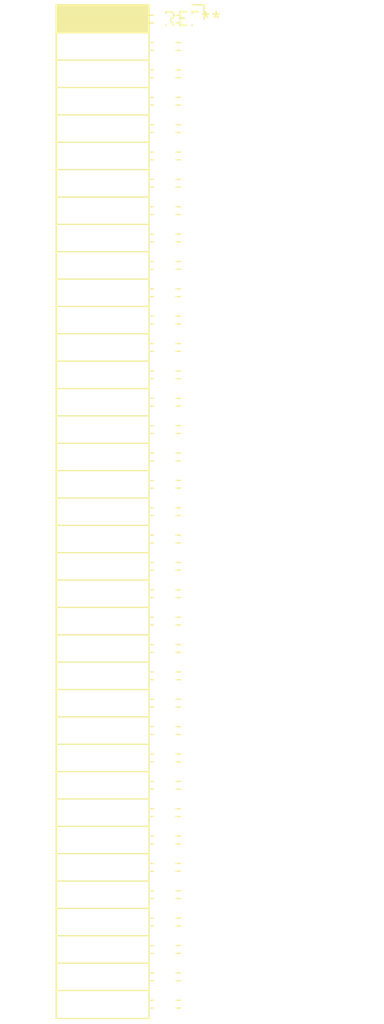
<source format=kicad_pcb>
(kicad_pcb (version 20240108) (generator pcbnew)
  (layers (0 "F.Cu" signal) (31 "B.Cu" signal) (34 "B.Paste" user) (35 "F.Paste" user) (36 "B.SilkS" user "B.Silkscreen") (37 "F.SilkS" user "F.Silkscreen") (38 "B.Mask" user) (39 "F.Mask" user) (44 "Edge.Cuts" user))
  (net 0 "")
  (footprint "PinSocket_2x37_P2.54mm_Horizontal" (layer "F.Cu") (at 0 0)
    (property "Reference" "REF**")
    (property "Value" "PinSocket_2x37_P2.54mm_Horizontal")
    (fp_line (start -12.63 -1.33) (end -12.63 92.77) (layer "F.SilkS") (stroke (width 0.12)))
    (fp_line (start -12.63 -1.33) (end -4 -1.33) (layer "F.SilkS") (stroke (width 0.12)))
    (fp_line (start -12.63 -1.21) (end -4 -1.21) (layer "F.SilkS") (stroke (width 0.12)))
    (fp_line (start -12.63 -1.091905) (end -4 -1.091905) (layer "F.SilkS") (stroke (width 0.12)))
    (fp_line (start -12.63 -0.97381) (end -4 -0.97381) (layer "F.SilkS") (stroke (width 0.12)))
    (fp_line (start -12.63 -0.855715) (end -4 -0.855715) (layer "F.SilkS") (stroke (width 0.12)))
    (fp_line (start -12.63 -0.73762) (end -4 -0.73762) (layer "F.SilkS") (stroke (width 0.12)))
    (fp_line (start -12.63 -0.619525) (end -4 -0.619525) (layer "F.SilkS") (stroke (width 0.12)))
    (fp_line (start -12.63 -0.50143) (end -4 -0.50143) (layer "F.SilkS") (stroke (width 0.12)))
    (fp_line (start -12.63 -0.383335) (end -4 -0.383335) (layer "F.SilkS") (stroke (width 0.12)))
    (fp_line (start -12.63 -0.26524) (end -4 -0.26524) (layer "F.SilkS") (stroke (width 0.12)))
    (fp_line (start -12.63 -0.147145) (end -4 -0.147145) (layer "F.SilkS") (stroke (width 0.12)))
    (fp_line (start -12.63 -0.02905) (end -4 -0.02905) (layer "F.SilkS") (stroke (width 0.12)))
    (fp_line (start -12.63 0.089045) (end -4 0.089045) (layer "F.SilkS") (stroke (width 0.12)))
    (fp_line (start -12.63 0.20714) (end -4 0.20714) (layer "F.SilkS") (stroke (width 0.12)))
    (fp_line (start -12.63 0.325235) (end -4 0.325235) (layer "F.SilkS") (stroke (width 0.12)))
    (fp_line (start -12.63 0.44333) (end -4 0.44333) (layer "F.SilkS") (stroke (width 0.12)))
    (fp_line (start -12.63 0.561425) (end -4 0.561425) (layer "F.SilkS") (stroke (width 0.12)))
    (fp_line (start -12.63 0.67952) (end -4 0.67952) (layer "F.SilkS") (stroke (width 0.12)))
    (fp_line (start -12.63 0.797615) (end -4 0.797615) (layer "F.SilkS") (stroke (width 0.12)))
    (fp_line (start -12.63 0.91571) (end -4 0.91571) (layer "F.SilkS") (stroke (width 0.12)))
    (fp_line (start -12.63 1.033805) (end -4 1.033805) (layer "F.SilkS") (stroke (width 0.12)))
    (fp_line (start -12.63 1.1519) (end -4 1.1519) (layer "F.SilkS") (stroke (width 0.12)))
    (fp_line (start -12.63 1.27) (end -4 1.27) (layer "F.SilkS") (stroke (width 0.12)))
    (fp_line (start -12.63 3.81) (end -4 3.81) (layer "F.SilkS") (stroke (width 0.12)))
    (fp_line (start -12.63 6.35) (end -4 6.35) (layer "F.SilkS") (stroke (width 0.12)))
    (fp_line (start -12.63 8.89) (end -4 8.89) (layer "F.SilkS") (stroke (width 0.12)))
    (fp_line (start -12.63 11.43) (end -4 11.43) (layer "F.SilkS") (stroke (width 0.12)))
    (fp_line (start -12.63 13.97) (end -4 13.97) (layer "F.SilkS") (stroke (width 0.12)))
    (fp_line (start -12.63 16.51) (end -4 16.51) (layer "F.SilkS") (stroke (width 0.12)))
    (fp_line (start -12.63 19.05) (end -4 19.05) (layer "F.SilkS") (stroke (width 0.12)))
    (fp_line (start -12.63 21.59) (end -4 21.59) (layer "F.SilkS") (stroke (width 0.12)))
    (fp_line (start -12.63 24.13) (end -4 24.13) (layer "F.SilkS") (stroke (width 0.12)))
    (fp_line (start -12.63 26.67) (end -4 26.67) (layer "F.SilkS") (stroke (width 0.12)))
    (fp_line (start -12.63 29.21) (end -4 29.21) (layer "F.SilkS") (stroke (width 0.12)))
    (fp_line (start -12.63 31.75) (end -4 31.75) (layer "F.SilkS") (stroke (width 0.12)))
    (fp_line (start -12.63 34.29) (end -4 34.29) (layer "F.SilkS") (stroke (width 0.12)))
    (fp_line (start -12.63 36.83) (end -4 36.83) (layer "F.SilkS") (stroke (width 0.12)))
    (fp_line (start -12.63 39.37) (end -4 39.37) (layer "F.SilkS") (stroke (width 0.12)))
    (fp_line (start -12.63 41.91) (end -4 41.91) (layer "F.SilkS") (stroke (width 0.12)))
    (fp_line (start -12.63 44.45) (end -4 44.45) (layer "F.SilkS") (stroke (width 0.12)))
    (fp_line (start -12.63 46.99) (end -4 46.99) (layer "F.SilkS") (stroke (width 0.12)))
    (fp_line (start -12.63 49.53) (end -4 49.53) (layer "F.SilkS") (stroke (width 0.12)))
    (fp_line (start -12.63 52.07) (end -4 52.07) (layer "F.SilkS") (stroke (width 0.12)))
    (fp_line (start -12.63 54.61) (end -4 54.61) (layer "F.SilkS") (stroke (width 0.12)))
    (fp_line (start -12.63 57.15) (end -4 57.15) (layer "F.SilkS") (stroke (width 0.12)))
    (fp_line (start -12.63 59.69) (end -4 59.69) (layer "F.SilkS") (stroke (width 0.12)))
    (fp_line (start -12.63 62.23) (end -4 62.23) (layer "F.SilkS") (stroke (width 0.12)))
    (fp_line (start -12.63 64.77) (end -4 64.77) (layer "F.SilkS") (stroke (width 0.12)))
    (fp_line (start -12.63 67.31) (end -4 67.31) (layer "F.SilkS") (stroke (width 0.12)))
    (fp_line (start -12.63 69.85) (end -4 69.85) (layer "F.SilkS") (stroke (width 0.12)))
    (fp_line (start -12.63 72.39) (end -4 72.39) (layer "F.SilkS") (stroke (width 0.12)))
    (fp_line (start -12.63 74.93) (end -4 74.93) (layer "F.SilkS") (stroke (width 0.12)))
    (fp_line (start -12.63 77.47) (end -4 77.47) (layer "F.SilkS") (stroke (width 0.12)))
    (fp_line (start -12.63 80.01) (end -4 80.01) (layer "F.SilkS") (stroke (width 0.12)))
    (fp_line (start -12.63 82.55) (end -4 82.55) (layer "F.SilkS") (stroke (width 0.12)))
    (fp_line (start -12.63 85.09) (end -4 85.09) (layer "F.SilkS") (stroke (width 0.12)))
    (fp_line (start -12.63 87.63) (end -4 87.63) (layer "F.SilkS") (stroke (width 0.12)))
    (fp_line (start -12.63 90.17) (end -4 90.17) (layer "F.SilkS") (stroke (width 0.12)))
    (fp_line (start -12.63 92.77) (end -4 92.77) (layer "F.SilkS") (stroke (width 0.12)))
    (fp_line (start -4 -1.33) (end -4 92.77) (layer "F.SilkS") (stroke (width 0.12)))
    (fp_line (start -4 -0.36) (end -3.59 -0.36) (layer "F.SilkS") (stroke (width 0.12)))
    (fp_line (start -4 0.36) (end -3.59 0.36) (layer "F.SilkS") (stroke (width 0.12)))
    (fp_line (start -4 2.18) (end -3.59 2.18) (layer "F.SilkS") (stroke (width 0.12)))
    (fp_line (start -4 2.9) (end -3.59 2.9) (layer "F.SilkS") (stroke (width 0.12)))
    (fp_line (start -4 4.72) (end -3.59 4.72) (layer "F.SilkS") (stroke (width 0.12)))
    (fp_line (start -4 5.44) (end -3.59 5.44) (layer "F.SilkS") (stroke (width 0.12)))
    (fp_line (start -4 7.26) (end -3.59 7.26) (layer "F.SilkS") (stroke (width 0.12)))
    (fp_line (start -4 7.98) (end -3.59 7.98) (layer "F.SilkS") (stroke (width 0.12)))
    (fp_line (start -4 9.8) (end -3.59 9.8) (layer "F.SilkS") (stroke (width 0.12)))
    (fp_line (start -4 10.52) (end -3.59 10.52) (layer "F.SilkS") (stroke (width 0.12)))
    (fp_line (start -4 12.34) (end -3.59 12.34) (layer "F.SilkS") (stroke (width 0.12)))
    (fp_line (start -4 13.06) (end -3.59 13.06) (layer "F.SilkS") (stroke (width 0.12)))
    (fp_line (start -4 14.88) (end -3.59 14.88) (layer "F.SilkS") (stroke (width 0.12)))
    (fp_line (start -4 15.6) (end -3.59 15.6) (layer "F.SilkS") (stroke (width 0.12)))
    (fp_line (start -4 17.42) (end -3.59 17.42) (layer "F.SilkS") (stroke (width 0.12)))
    (fp_line (start -4 18.14) (end -3.59 18.14) (layer "F.SilkS") (stroke (width 0.12)))
    (fp_line (start -4 19.96) (end -3.59 19.96) (layer "F.SilkS") (stroke (width 0.12)))
    (fp_line (start -4 20.68) (end -3.59 20.68) (layer "F.SilkS") (stroke (width 0.12)))
    (fp_line (start -4 22.5) (end -3.59 22.5) (layer "F.SilkS") (stroke (width 0.12)))
    (fp_line (start -4 23.22) (end -3.59 23.22) (layer "F.SilkS") (stroke (width 0.12)))
    (fp_line (start -4 25.04) (end -3.59 25.04) (layer "F.SilkS") (stroke (width 0.12)))
    (fp_line (start -4 25.76) (end -3.59 25.76) (layer "F.SilkS") (stroke (width 0.12)))
    (fp_line (start -4 27.58) (end -3.59 27.58) (layer "F.SilkS") (stroke (width 0.12)))
    (fp_line (start -4 28.3) (end -3.59 28.3) (layer "F.SilkS") (stroke (width 0.12)))
    (fp_line (start -4 30.12) (end -3.59 30.12) (layer "F.SilkS") (stroke (width 0.12)))
    (fp_line (start -4 30.84) (end -3.59 30.84) (layer "F.SilkS") (stroke (width 0.12)))
    (fp_line (start -4 32.66) (end -3.59 32.66) (layer "F.SilkS") (stroke (width 0.12)))
    (fp_line (start -4 33.38) (end -3.59 33.38) (layer "F.SilkS") (stroke (width 0.12)))
    (fp_line (start -4 35.2) (end -3.59 35.2) (layer "F.SilkS") (stroke (width 0.12)))
    (fp_line (start -4 35.92) (end -3.59 35.92) (layer "F.SilkS") (stroke (width 0.12)))
    (fp_line (start -4 37.74) (end -3.59 37.74) (layer "F.SilkS") (stroke (width 0.12)))
    (fp_line (start -4 38.46) (end -3.59 38.46) (layer "F.SilkS") (stroke (width 0.12)))
    (fp_line (start -4 40.28) (end -3.59 40.28) (layer "F.SilkS") (stroke (width 0.12)))
    (fp_line (start -4 41) (end -3.59 41) (layer "F.SilkS") (stroke (width 0.12)))
    (fp_line (start -4 42.82) (end -3.59 42.82) (layer "F.SilkS") (stroke (width 0.12)))
    (fp_line (start -4 43.54) (end -3.59 43.54) (layer "F.SilkS") (stroke (width 0.12)))
    (fp_line (start -4 45.36) (end -3.59 45.36) (layer "F.SilkS") (stroke (width 0.12)))
    (fp_line (start -4 46.08) (end -3.59 46.08) (layer "F.SilkS") (stroke (width 0.12)))
    (fp_line (start -4 47.9) (end -3.59 47.9) (layer "F.SilkS") (stroke (width 0.12)))
    (fp_line (start -4 48.62) (end -3.59 48.62) (layer "F.SilkS") (stroke (width 0.12)))
    (fp_line (start -4 50.44) (end -3.59 50.44) (layer "F.SilkS") (stroke (width 0.12)))
    (fp_line (start -4 51.16) (end -3.59 51.16) (layer "F.SilkS") (stroke (width 0.12)))
    (fp_line (start -4 52.98) (end -3.59 52.98) (layer "F.SilkS") (stroke (width 0.12)))
    (fp_line (start -4 53.7) (end -3.59 53.7) (layer "F.SilkS") (stroke (width 0.12)))
    (fp_line (start -4 55.52) (end -3.59 55.52) (layer "F.SilkS") (stroke (width 0.12)))
    (fp_line (start -4 56.24) (end -3.59 56.24) (layer "F.SilkS") (stroke (width 0.12)))
    (fp_line (start -4 58.06) (end -3.59 58.06) (layer "F.SilkS") (stroke (width 0.12)))
    (fp_line (start -4 58.78) (end -3.59 58.78) (layer "F.SilkS") (stroke (width 0.12)))
    (fp_line (start -4 60.6) (end -3.59 60.6) (layer "F.SilkS") (stroke (width 0.12)))
    (fp_line (start -4 61.32) (end -3.59 61.32) (layer "F.SilkS") (stroke (width 0.12)))
    (fp_line (start -4 63.14) (end -3.59 63.14) (layer "F.SilkS") (stroke (width 0.12)))
    (fp_line (start -4 63.86) (end -3.59 63.86) (layer "F.SilkS") (stroke (width 0.12)))
    (fp_line (start -4 65.68) (end -3.59 65.68) (layer "F.SilkS") (stroke (width 0.12)))
    (fp_line (start -4 66.4) (end -3.59 66.4) (layer "F.SilkS") (stroke (width 0.12)))
    (fp_line (start -4 68.22) (end -3.59 68.22) (layer "F.SilkS") (stroke (width 0.12)))
    (fp_line (start -4 68.94) (end -3.59 68.94) (layer "F.SilkS") (stroke (width 0.12)))
    (fp_line (start -4 70.76) (end -3.59 70.76) (layer "F.SilkS") (stroke (width 0.12)))
    (fp_line (start -4 71.48) (end -3.59 71.48) (layer "F.SilkS") (stroke (width 0.12)))
    (fp_line (start -4 73.3) (end -3.59 73.3) (layer "F.SilkS") (stroke (width 0.12)))
    (fp_line (start -4 74.02) (end -3.59 74.02) (layer "F.SilkS") (stroke (width 0.12)))
    (fp_line (start -4 75.84) (end -3.59 75.84) (layer "F.SilkS") (stroke (width 0.12)))
    (fp_line (start -4 76.56) (end -3.59 76.56) (layer "F.SilkS") (stroke (width 0.12)))
    (fp_line (start -4 78.38) (end -3.59 78.38) (layer "F.SilkS") (stroke (width 0.12)))
    (fp_line (start -4 79.1) (end -3.59 79.1) (layer "F.SilkS") (stroke (width 0.12)))
    (fp_line (start -4 80.92) (end -3.59 80.92) (layer "F.SilkS") (stroke (width 0.12)))
    (fp_line (start -4 81.64) (end -3.59 81.64) (layer "F.SilkS") (stroke (width 0.12)))
    (fp_line (start -4 83.46) (end -3.59 83.46) (layer "F.SilkS") (stroke (width 0.12)))
    (fp_line (start -4 84.18) (end -3.59 84.18) (layer "F.SilkS") (stroke (width 0.12)))
    (fp_line (start -4 86) (end -3.59 86) (layer "F.SilkS") (stroke (width 0.12)))
    (fp_line (start -4 86.72) (end -3.59 86.72) (layer "F.SilkS") (stroke (width 0.12)))
    (fp_line (start -4 88.54) (end -3.59 88.54) (layer "F.SilkS") (stroke (width 0.12)))
    (fp_line (start -4 89.26) (end -3.59 89.26) (layer "F.SilkS") (stroke (width 0.12)))
    (fp_line (start -4 91.08) (end -3.59 91.08) (layer "F.SilkS") (stroke (width 0.12)))
    (fp_line (start -4 91.8) (end -3.59 91.8) (layer "F.SilkS") (stroke (width 0.12)))
    (fp_line (start -1.49 -0.36) (end -1.11 -0.36) (layer "F.SilkS") (stroke (width 0.12)))
    (fp_line (start -1.49 0.36) (end -1.11 0.36) (layer "F.SilkS") (stroke (width 0.12)))
    (fp_line (start -1.49 2.18) (end -1.05 2.18) (layer "F.SilkS") (stroke (width 0.12)))
    (fp_line (start -1.49 2.9) (end -1.05 2.9) (layer "F.SilkS") (stroke (width 0.12)))
    (fp_line (start -1.49 4.72) (end -1.05 4.72) (layer "F.SilkS") (stroke (width 0.12)))
    (fp_line (start -1.49 5.44) (end -1.05 5.44) (layer "F.SilkS") (stroke (width 0.12)))
    (fp_line (start -1.49 7.26) (end -1.05 7.26) (layer "F.SilkS") (stroke (width 0.12)))
    (fp_line (start -1.49 7.98) (end -1.05 7.98) (layer "F.SilkS") (stroke (width 0.12)))
    (fp_line (start -1.49 9.8) (end -1.05 9.8) (layer "F.SilkS") (stroke (width 0.12)))
    (fp_line (start -1.49 10.52) (end -1.05 10.52) (layer "F.SilkS") (stroke (width 0.12)))
    (fp_line (start -1.49 12.34) (end -1.05 12.34) (layer "F.SilkS") (stroke (width 0.12)))
    (fp_line (start -1.49 13.06) (end -1.05 13.06) (layer "F.SilkS") (stroke (width 0.12)))
    (fp_line (start -1.49 14.88) (end -1.05 14.88) (layer "F.SilkS") (stroke (width 0.12)))
    (fp_line (start -1.49 15.6) (end -1.05 15.6) (layer "F.SilkS") (stroke (width 0.12)))
    (fp_line (start -1.49 17.42) (end -1.05 17.42) (layer "F.SilkS") (stroke (width 0.12)))
    (fp_line (start -1.49 18.14) (end -1.05 18.14) (layer "F.SilkS") (stroke (width 0.12)))
    (fp_line (start -1.49 19.96) (end -1.05 19.96) (layer "F.SilkS") (stroke (width 0.12)))
    (fp_line (start -1.49 20.68) (end -1.05 20.68) (layer "F.SilkS") (stroke (width 0.12)))
    (fp_line (start -1.49 22.5) (end -1.05 22.5) (layer "F.SilkS") (stroke (width 0.12)))
    (fp_line (start -1.49 23.22) (end -1.05 23.22) (layer "F.SilkS") (stroke (width 0.12)))
    (fp_line (start -1.49 25.04) (end -1.05 25.04) (layer "F.SilkS") (stroke (width 0.12)))
    (fp_line (start -1.49 25.76) (end -1.05 25.76) (layer "F.SilkS") (stroke (width 0.12)))
    (fp_line (start -1.49 27.58) (end -1.05 27.58) (layer "F.SilkS") (stroke (width 0.12)))
    (fp_line (start -1.49 28.3) (end -1.05 28.3) (layer "F.SilkS") (stroke (width 0.12)))
    (fp_line (start -1.49 30.12) (end -1.05 30.12) (layer "F.SilkS") (stroke (width 0.12)))
    (fp_line (start -1.49 30.84) (end -1.05 30.84) (layer "F.SilkS") (stroke (width 0.12)))
    (fp_line (start -1.49 32.66) (end -1.05 32.66) (layer "F.SilkS") (stroke (width 0.12)))
    (fp_line (start -1.49 33.38) (end -1.05 33.38) (layer "F.SilkS") (stroke (width 0.12)))
    (fp_line (start -1.49 35.2) (end -1.05 35.2) (layer "F.SilkS") (stroke (width 0.12)))
    (fp_line (start -1.49 35.92) (end -1.05 35.92) (layer "F.SilkS") (stroke (width 0.12)))
    (fp_line (start -1.49 37.74) (end -1.05 37.74) (layer "F.SilkS") (stroke (width 0.12)))
    (fp_line (start -1.49 38.46) (end -1.05 38.46) (layer "F.SilkS") (stroke (width 0.12)))
    (fp_line (start -1.49 40.28) (end -1.05 40.28) (layer "F.SilkS") (stroke (width 0.12)))
    (fp_line (start -1.49 41) (end -1.05 41) (layer "F.SilkS") (stroke (width 0.12)))
    (fp_line (start -1.49 42.82) (end -1.05 42.82) (layer "F.SilkS") (stroke (width 0.12)))
    (fp_line (start -1.49 43.54) (end -1.05 43.54) (layer "F.SilkS") (stroke (width 0.12)))
    (fp_line (start -1.49 45.36) (end -1.05 45.36) (layer "F.SilkS") (stroke (width 0.12)))
    (fp_line (start -1.49 46.08) (end -1.05 46.08) (layer "F.SilkS") (stroke (width 0.12)))
    (fp_line (start -1.49 47.9) (end -1.05 47.9) (layer "F.SilkS") (stroke (width 0.12)))
    (fp_line (start -1.49 48.62) (end -1.05 48.62) (layer "F.SilkS") (stroke (width 0.12)))
    (fp_line (start -1.49 50.44) (end -1.05 50.44) (layer "F.SilkS") (stroke (width 0.12)))
    (fp_line (start -1.49 51.16) (end -1.05 51.16) (layer "F.SilkS") (stroke (width 0.12)))
    (fp_line (start -1.49 52.98) (end -1.05 52.98) (layer "F.SilkS") (stroke (width 0.12)))
    (fp_line (start -1.49 53.7) (end -1.05 53.7) (layer "F.SilkS") (stroke (width 0.12)))
    (fp_line (start -1.49 55.52) (end -1.05 55.52) (layer "F.SilkS") (stroke (width 0.12)))
    (fp_line (start -1.49 56.24) (end -1.05 56.24) (layer "F.SilkS") (stroke (width 0.12)))
    (fp_line (start -1.49 58.06) (end -1.05 58.06) (layer "F.SilkS") (stroke (width 0.12)))
    (fp_line (start -1.49 58.78) (end -1.05 58.78) (layer "F.SilkS") (stroke (width 0.12)))
    (fp_line (start -1.49 60.6) (end -1.05 60.6) (layer "F.SilkS") (stroke (width 0.12)))
    (fp_line (start -1.49 61.32) (end -1.05 61.32) (layer "F.SilkS") (stroke (width 0.12)))
    (fp_line (start -1.49 63.14) (end -1.05 63.14) (layer "F.SilkS") (stroke (width 0.12)))
    (fp_line (start -1.49 63.86) (end -1.05 63.86) (layer "F.SilkS") (stroke (width 0.12)))
    (fp_line (start -1.49 65.68) (end -1.05 65.68) (layer "F.SilkS") (stroke (width 0.12)))
    (fp_line (start -1.49 66.4) (end -1.05 66.4) (layer "F.SilkS") (stroke (width 0.12)))
    (fp_line (start -1.49 68.22) (end -1.05 68.22) (layer "F.SilkS") (stroke (width 0.12)))
    (fp_line (start -1.49 68.94) (end -1.05 68.94) (layer "F.SilkS") (stroke (width 0.12)))
    (fp_line (start -1.49 70.76) (end -1.05 70.76) (layer "F.SilkS") (stroke (width 0.12)))
    (fp_line (start -1.49 71.48) (end -1.05 71.48) (layer "F.SilkS") (stroke (width 0.12)))
    (fp_line (start -1.49 73.3) (end -1.05 73.3) (layer "F.SilkS") (stroke (width 0.12)))
    (fp_line (start -1.49 74.02) (end -1.05 74.02) (layer "F.SilkS") (stroke (width 0.12)))
    (fp_line (start -1.49 75.84) (end -1.05 75.84) (layer "F.SilkS") (stroke (width 0.12)))
    (fp_line (start -1.49 76.56) (end -1.05 76.56) (layer "F.SilkS") (stroke (width 0.12)))
    (fp_line (start -1.49 78.38) (end -1.05 78.38) (layer "F.SilkS") (stroke (width 0.12)))
    (fp_line (start -1.49 79.1) (end -1.05 79.1) (layer "F.SilkS") (stroke (width 0.12)))
    (fp_line (start -1.49 80.92) (end -1.05 80.92) (layer "F.SilkS") (stroke (width 0.12)))
    (fp_line (start -1.49 81.64) (end -1.05 81.64) (layer "F.SilkS") (stroke (width 0.12)))
    (fp_line (start -1.49 83.46) (end -1.05 83.46) (layer "F.SilkS") (stroke (width 0.12)))
    (fp_line (start -1.49 84.18) (end -1.05 84.18) (layer "F.SilkS") (stroke (width 0.12)))
    (fp_line (start -1.49 86) (end -1.05 86) (layer "F.SilkS") (stroke (width 0.12)))
    (fp_line (start -1.49 86.72) (end -1.05 86.72) (layer "F.SilkS") (stroke (width 0.12)))
    (fp_line (start -1.49 88.54) (end -1.05 88.54) (layer "F.SilkS") (stroke (width 0.12)))
    (fp_line (start -1.49 89.26) (end -1.05 89.26) (layer "F.SilkS") (stroke (width 0.12)))
    (fp_line (start -1.49 91.08) (end -1.05 91.08) (layer "F.SilkS") (stroke (width 0.12)))
    (fp_line (start -1.49 91.8) (end -1.05 91.8) (layer "F.SilkS") (stroke (width 0.12)))
    (fp_line (start 0 -1.33) (end 1.11 -1.33) (layer "F.SilkS") (stroke (width 0.12)))
    (fp_line (start 1.11 -1.33) (end 1.11 0) (layer "F.SilkS") (stroke (width 0.12)))
    (pad "1" thru_hole rect (at 0 0) (size 1.7 1.7) (drill 1) (layers *.Cu *.Mask) (remove_unused_layers))
    (pad "2" thru_hole oval (at -2.54 0) (size 1.7 1.7) (drill 1) (layers *.Cu *.Mask) (remove_unused_layers))
    (pad "3" thru_hole oval (at 0 2.54) (size 1.7 1.7) (drill 1) (layers *.Cu *.Mask) (remove_unused_layers))
    (pad "4" thru_hole oval (at -2.54 2.54) (size 1.7 1.7) (drill 1) (layers *.Cu *.Mask) (remove_unused_layers))
    (pad "5" thru_hole oval (at 0 5.08) (size 1.7 1.7) (drill 1) (layers *.Cu *.Mask) (remove_unused_layers))
    (pad "6" thru_hole oval (at -2.54 5.08) (size 1.7 1.7) (drill 1) (layers *.Cu *.Mask) (remove_unused_layers))
    (pad "7" thru_hole oval (at 0 7.62) (size 1.7 1.7) (drill 1) (layers *.Cu *.Mask) (remove_unused_layers))
    (pad "8" thru_hole oval (at -2.54 7.62) (size 1.7 1.7) (drill 1) (layers *.Cu *.Mask) (remove_unused_layers))
    (pad "9" thru_hole oval (at 0 10.16) (size 1.7 1.7) (drill 1) (layers *.Cu *.Mask) (remove_unused_layers))
    (pad "10" thru_hole oval (at -2.54 10.16) (size 1.7 1.7) (drill 1) (layers *.Cu *.Mask) (remove_unused_layers))
    (pad "11" thru_hole oval (at 0 12.7) (size 1.7 1.7) (drill 1) (layers *.Cu *.Mask) (remove_unused_layers))
    (pad "12" thru_hole oval (at -2.54 12.7) (size 1.7 1.7) (drill 1) (layers *.Cu *.Mask) (remove_unused_layers))
    (pad "13" thru_hole oval (at 0 15.24) (size 1.7 1.7) (drill 1) (layers *.Cu *.Mask) (remove_unused_layers))
    (pad "14" thru_hole oval (at -2.54 15.24) (size 1.7 1.7) (drill 1) (layers *.Cu *.Mask) (remove_unused_layers))
    (pad "15" thru_hole oval (at 0 17.78) (size 1.7 1.7) (drill 1) (layers *.Cu *.Mask) (remove_unused_layers))
    (pad "16" thru_hole oval (at -2.54 17.78) (size 1.7 1.7) (drill 1) (layers *.Cu *.Mask) (remove_unused_layers))
    (pad "17" thru_hole oval (at 0 20.32) (size 1.7 1.7) (drill 1) (layers *.Cu *.Mask) (remove_unused_layers))
    (pad "18" thru_hole oval (at -2.54 20.32) (size 1.7 1.7) (drill 1) (layers *.Cu *.Mask) (remove_unused_layers))
    (pad "19" thru_hole oval (at 0 22.86) (size 1.7 1.7) (drill 1) (layers *.Cu *.Mask) (remove_unused_layers))
    (pad "20" thru_hole oval (at -2.54 22.86) (size 1.7 1.7) (drill 1) (layers *.Cu *.Mask) (remove_unused_layers))
    (pad "21" thru_hole oval (at 0 25.4) (size 1.7 1.7) (drill 1) (layers *.Cu *.Mask) (remove_unused_layers))
    (pad "22" thru_hole oval (at -2.54 25.4) (size 1.7 1.7) (drill 1) (layers *.Cu *.Mask) (remove_unused_layers))
    (pad "23" thru_hole oval (at 0 27.94) (size 1.7 1.7) (drill 1) (layers *.Cu *.Mask) (remove_unused_layers))
    (pad "24" thru_hole oval (at -2.54 27.94) (size 1.7 1.7) (drill 1) (layers *.Cu *.Mask) (remove_unused_layers))
    (pad "25" thru_hole oval (at 0 30.48) (size 1.7 1.7) (drill 1) (layers *.Cu *.Mask) (remove_unused_layers))
    (pad "26" thru_hole oval (at -2.54 30.48) (size 1.7 1.7) (drill 1) (layers *.Cu *.Mask) (remove_unused_layers))
    (pad "27" thru_hole oval (at 0 33.02) (size 1.7 1.7) (drill 1) (layers *.Cu *.Mask) (remove_unused_layers))
    (pad "28" thru_hole oval (at -2.54 33.02) (size 1.7 1.7) (drill 1) (layers *.Cu *.Mask) (remove_unused_layers))
    (pad "29" thru_hole oval (at 0 35.56) (size 1.7 1.7) (drill 1) (layers *.Cu *.Mask) (remove_unused_layers))
    (pad "30" thru_hole oval (at -2.54 35.56) (size 1.7 1.7) (drill 1) (layers *.Cu *.Mask) (remove_unused_layers))
    (pad "31" thru_hole oval (at 0 38.1) (size 1.7 1.7) (drill 1) (layers *.Cu *.Mask) (remove_unused_layers))
    (pad "32" thru_hole oval (at -2.54 38.1) (size 1.7 1.7) (drill 1) (layers *.Cu *.Mask) (remove_unused_layers))
    (pad "33" thru_hole oval (at 0 40.64) (size 1.7 1.7) (drill 1) (layers *.Cu *.Mask) (remove_unused_layers))
    (pad "34" thru_hole oval (at -2.54 40.64) (size 1.7 1.7) (drill 1) (layers *.Cu *.Mask) (remove_unused_layers))
    (pad "35" thru_hole oval (at 0 43.18) (size 1.7 1.7) (drill 1) (layers *.Cu *.Mask) (remove_unused_layers))
    (pad "36" thru_hole oval (at -2.54 43.18) (size 1.7 1.7) (drill 1) (layers *.Cu *.Mask) (remove_unused_layers))
    (pad "37" thru_hole oval (at 0 45.72) (size 1.7 1.7) (drill 1) (layers *.Cu *.Mask) (remove_unused_layers))
    (pad "38" thru_hole oval (at -2.54 45.72) (size 1.7 1.7) (drill 1) (layers *.Cu *.Mask) (remove_unused_layers))
    (pad "39" thru_hole oval (at 0 48.26) (size 1.7 1.7) (drill 1) (layers *.Cu *.Mask) (remove_unused_layers))
    (pad "40" thru_hole oval (at -2.54 48.26) (size 1.7 1.7) (drill 1) (layers *.Cu *.Mask) (remove_unused_layers))
    (pad "41" thru_hole oval (at 0 50.8) (size 1.7 1.7) (drill 1) (layers *.Cu *.Mask) (remove_unused_layers))
    (pad "42" thru_hole oval (at -2.54 50.8) (size 1.7 1.7) (drill 1) (layers *.Cu *.Mask) (remove_unused_layers))
    (pad "43" thru_hole oval (at 0 53.34) (size 1.7 1.7) (drill 1) (layers *.Cu *.Mask) (remove_unused_layers))
    (pad "44" thru_hole oval (at -2.54 53.34) (size 1.7 1.7) (drill 1) (layers *.Cu *.Mask) (remove_unused_layers))
    (pad "45" thru_hole oval (at 0 55.88) (size 1.7 1.7) (drill 1) (layers *.Cu *.Mask) (remove_unused_layers))
    (pad "46" thru_hole oval (at -2.54 55.88) (size 1.7 1.7) (drill 1) (layers *.Cu *.Mask) (remove_unused_layers))
    (pad "47" thru_hole oval (at 0 58.42) (size 1.7 1.7) (drill 1) (layers *.Cu *.Mask) (remove_unused_layers))
    (pad "48" thru_hole oval (at -2.54 58.42) (size 1.7 1.7) (drill 1) (layers *.Cu *.Mask) (remove_unused_layers))
    (pad "49" thru_hole oval (at 0 60.96) (size 1.7 1.7) (drill 1) (layers *.Cu *.Mask) (remove_unused_layers))
    (pad "50" thru_hole oval (at -2.54 60.96) (size 1.7 1.7) (drill 1) (layers *.Cu *.Mask) (remove_unused_layers))
    (pad "51" thru_hole oval (at 0 63.5) (size 1.7 1.7) (drill 1) (layers *.Cu *.Mask) (remove_unused_layers))
    (pad "52" thru_hole oval (at -2.54 63.5) (size 1.7 1.7) (drill 1) (layers *.Cu *.Mask) (remove_unused_layers))
    (pad "53" thru_hole oval (at 0 66.04) (size 1.7 1.7) (drill 1) (layers *.Cu *.Mask) (remove_unused_layers))
    (pad "54" thru_hole oval (at -2.54 66.04) (size 1.7 1.7) (drill 1) (layers *.Cu *.Mask) (remove_unused_layers))
    (pad "55" thru_hole oval (at 0 68.58) (size 1.7 1.7) (drill 1) (layers *.Cu *.Mask) (remove_unused_layers))
    (pad "56" thru_hole oval (at -2.54 68.58) (size 1.7 1.7) (drill 1) (layers *.Cu *.Mask) (remove_unused_layers))
    (pad "57" thru_hole oval (at 0 71.12) (size 1.7 1.7) (drill 1) (layers *.Cu *.Mask) (remove_unused_layers))
    (pad "58" thru_hole oval (at -2.54 71.12) (size 1.7 1.7) (drill 1) (layers *.Cu *.Mask) (remove_unused_layers))
    (pad "59" thru_hole oval (at 0 73.66) (size 1.7 1.7) (drill 1) (layers *.Cu *.Mask) (remove_unused_layers))
    (pad "60" thru_hole oval (at -2.54 73.66) (size 1.7 1.7) (drill 1) (layers *.Cu *.Mask) (remove_unused_layers))
    (pad "61" thru_hole oval (at 0 76.2) (size 1.7 1.7) (drill 1) (layers *.Cu *.Mask) (remove_unused_layers))
    (pad "62" thru_hole oval (at -2.54 76.2) (size 1.7 1.7) (drill 1) (layers *.Cu *.Mask) (remove_unused_layers))
    (pad "63" thru_hole oval (at 0 78.74) (size 1.7 1.7) (drill 1) (layers *.Cu *.Mask) (remove_unused_layers))
    (pad "64" thru_hole oval (at -2.54 78.74) (size 1.7 1.7) (drill 1) (layers *.Cu *.Mask) (remove_unused_layers))
    (pad "65" thru_hole oval (at 0 81.28) (size 1.7 1.7) (drill 1) (layers *.Cu *.Mask) (remove_unused_layers))
    (pad "66" thru_hole oval (at -2.54 81.28) (size 1.7 1.7) (drill 1) (layers *.Cu *.Mask) (remove_unused_layers))
    (pad "67" thru_hole oval (at 0 83.82) (size 1.7 1.7) (drill 1) (layers *.Cu *.Mask) (remove_unused_layers))
    (pad "68" thru_hole oval (at -2.54 83.82) (size 1.7 1.7) (drill 1) (layers *.Cu *.Mask) (remove_unused_layers))
    (pad "69" thru_hole oval (at 0 86.36) (size 1.7 1.7) (drill 1) (layers *.Cu *.Mask) (remove_unused_layers))
    (pad "70" thru_hole oval (at -2.54 86.36) (size 1.7 1.7) (drill 1) (layers *.Cu *.Mask) (remove_unused_layers))
    (pad "71" thru_hole oval (at 0 88.9) (size 1.7 1.7) (drill 1) (layers *.Cu *.Mask) (remove_unused_layers))
    (pad "72" thru_hole oval (at -2.54 88.9) (size 1.7 1.7) (drill 1) (layers *.Cu *.Mask) (remove_unused_layers))
    (pad "73" thru_hole oval (at 0 91.44) (size 1.7 1.7) (drill 1) (layers *.Cu *.Mask) (remove_unused_layers))
    (pad "74" thru_hole oval (at -2.54 91.44) (size 1.7 1.7) (drill 1) (layers *.Cu *.Mask) (remove_unused_layers))
  )
)
</source>
